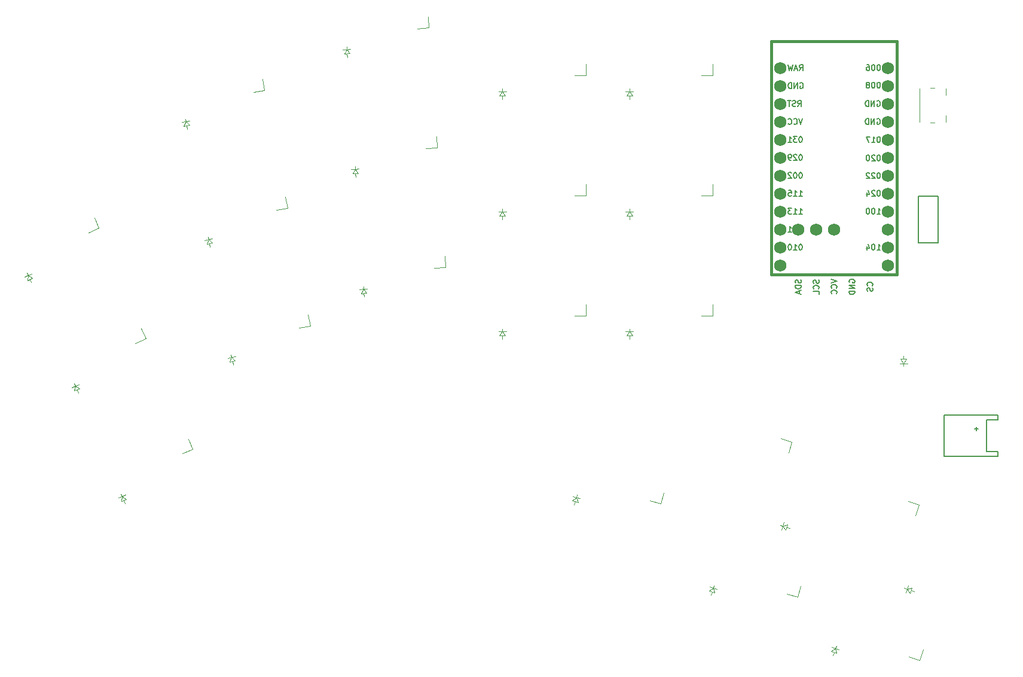
<source format=gbr>
%TF.GenerationSoftware,KiCad,Pcbnew,9.0.5*%
%TF.CreationDate,2025-11-08T17:13:18+10:00*%
%TF.ProjectId,badWingsLeft,62616457-696e-4677-934c-6566742e6b69,v1.0.0*%
%TF.SameCoordinates,Original*%
%TF.FileFunction,Legend,Bot*%
%TF.FilePolarity,Positive*%
%FSLAX46Y46*%
G04 Gerber Fmt 4.6, Leading zero omitted, Abs format (unit mm)*
G04 Created by KiCad (PCBNEW 9.0.5) date 2025-11-08 17:13:18*
%MOMM*%
%LPD*%
G01*
G04 APERTURE LIST*
%ADD10C,0.150000*%
%ADD11C,0.120000*%
%ADD12C,0.100000*%
%ADD13C,0.381000*%
%ADD14C,1.752600*%
G04 APERTURE END LIST*
D10*
X168937003Y-155805807D02*
X169737003Y-156072474D01*
X169737003Y-156072474D02*
X168937003Y-156339140D01*
X169660812Y-157062950D02*
X169698908Y-157024854D01*
X169698908Y-157024854D02*
X169737003Y-156910569D01*
X169737003Y-156910569D02*
X169737003Y-156834378D01*
X169737003Y-156834378D02*
X169698908Y-156720092D01*
X169698908Y-156720092D02*
X169622717Y-156643902D01*
X169622717Y-156643902D02*
X169546527Y-156605807D01*
X169546527Y-156605807D02*
X169394146Y-156567711D01*
X169394146Y-156567711D02*
X169279860Y-156567711D01*
X169279860Y-156567711D02*
X169127479Y-156605807D01*
X169127479Y-156605807D02*
X169051288Y-156643902D01*
X169051288Y-156643902D02*
X168975098Y-156720092D01*
X168975098Y-156720092D02*
X168937003Y-156834378D01*
X168937003Y-156834378D02*
X168937003Y-156910569D01*
X168937003Y-156910569D02*
X168975098Y-157024854D01*
X168975098Y-157024854D02*
X169013193Y-157062950D01*
X169660812Y-157862950D02*
X169698908Y-157824854D01*
X169698908Y-157824854D02*
X169737003Y-157710569D01*
X169737003Y-157710569D02*
X169737003Y-157634378D01*
X169737003Y-157634378D02*
X169698908Y-157520092D01*
X169698908Y-157520092D02*
X169622717Y-157443902D01*
X169622717Y-157443902D02*
X169546527Y-157405807D01*
X169546527Y-157405807D02*
X169394146Y-157367711D01*
X169394146Y-157367711D02*
X169279860Y-157367711D01*
X169279860Y-157367711D02*
X169127479Y-157405807D01*
X169127479Y-157405807D02*
X169051288Y-157443902D01*
X169051288Y-157443902D02*
X168975098Y-157520092D01*
X168975098Y-157520092D02*
X168937003Y-157634378D01*
X168937003Y-157634378D02*
X168937003Y-157710569D01*
X168937003Y-157710569D02*
X168975098Y-157824854D01*
X168975098Y-157824854D02*
X169013193Y-157862950D01*
X164618908Y-155901045D02*
X164657003Y-156015331D01*
X164657003Y-156015331D02*
X164657003Y-156205807D01*
X164657003Y-156205807D02*
X164618908Y-156281998D01*
X164618908Y-156281998D02*
X164580812Y-156320093D01*
X164580812Y-156320093D02*
X164504622Y-156358188D01*
X164504622Y-156358188D02*
X164428431Y-156358188D01*
X164428431Y-156358188D02*
X164352241Y-156320093D01*
X164352241Y-156320093D02*
X164314146Y-156281998D01*
X164314146Y-156281998D02*
X164276050Y-156205807D01*
X164276050Y-156205807D02*
X164237955Y-156053426D01*
X164237955Y-156053426D02*
X164199860Y-155977236D01*
X164199860Y-155977236D02*
X164161765Y-155939141D01*
X164161765Y-155939141D02*
X164085574Y-155901045D01*
X164085574Y-155901045D02*
X164009384Y-155901045D01*
X164009384Y-155901045D02*
X163933193Y-155939141D01*
X163933193Y-155939141D02*
X163895098Y-155977236D01*
X163895098Y-155977236D02*
X163857003Y-156053426D01*
X163857003Y-156053426D02*
X163857003Y-156243903D01*
X163857003Y-156243903D02*
X163895098Y-156358188D01*
X164657003Y-156701046D02*
X163857003Y-156701046D01*
X163857003Y-156701046D02*
X163857003Y-156891522D01*
X163857003Y-156891522D02*
X163895098Y-157005808D01*
X163895098Y-157005808D02*
X163971288Y-157081998D01*
X163971288Y-157081998D02*
X164047479Y-157120093D01*
X164047479Y-157120093D02*
X164199860Y-157158189D01*
X164199860Y-157158189D02*
X164314146Y-157158189D01*
X164314146Y-157158189D02*
X164466527Y-157120093D01*
X164466527Y-157120093D02*
X164542717Y-157081998D01*
X164542717Y-157081998D02*
X164618908Y-157005808D01*
X164618908Y-157005808D02*
X164657003Y-156891522D01*
X164657003Y-156891522D02*
X164657003Y-156701046D01*
X164428431Y-157462950D02*
X164428431Y-157843903D01*
X164657003Y-157386760D02*
X163857003Y-157653427D01*
X163857003Y-157653427D02*
X164657003Y-157920093D01*
X174740814Y-156739142D02*
X174778910Y-156701046D01*
X174778910Y-156701046D02*
X174817005Y-156586761D01*
X174817005Y-156586761D02*
X174817005Y-156510570D01*
X174817005Y-156510570D02*
X174778910Y-156396284D01*
X174778910Y-156396284D02*
X174702719Y-156320094D01*
X174702719Y-156320094D02*
X174626529Y-156281999D01*
X174626529Y-156281999D02*
X174474148Y-156243903D01*
X174474148Y-156243903D02*
X174359862Y-156243903D01*
X174359862Y-156243903D02*
X174207481Y-156281999D01*
X174207481Y-156281999D02*
X174131290Y-156320094D01*
X174131290Y-156320094D02*
X174055100Y-156396284D01*
X174055100Y-156396284D02*
X174017005Y-156510570D01*
X174017005Y-156510570D02*
X174017005Y-156586761D01*
X174017005Y-156586761D02*
X174055100Y-156701046D01*
X174055100Y-156701046D02*
X174093195Y-156739142D01*
X174778910Y-157043903D02*
X174817005Y-157158189D01*
X174817005Y-157158189D02*
X174817005Y-157348665D01*
X174817005Y-157348665D02*
X174778910Y-157424856D01*
X174778910Y-157424856D02*
X174740814Y-157462951D01*
X174740814Y-157462951D02*
X174664624Y-157501046D01*
X174664624Y-157501046D02*
X174588433Y-157501046D01*
X174588433Y-157501046D02*
X174512243Y-157462951D01*
X174512243Y-157462951D02*
X174474148Y-157424856D01*
X174474148Y-157424856D02*
X174436052Y-157348665D01*
X174436052Y-157348665D02*
X174397957Y-157196284D01*
X174397957Y-157196284D02*
X174359862Y-157120094D01*
X174359862Y-157120094D02*
X174321767Y-157081999D01*
X174321767Y-157081999D02*
X174245576Y-157043903D01*
X174245576Y-157043903D02*
X174169386Y-157043903D01*
X174169386Y-157043903D02*
X174093195Y-157081999D01*
X174093195Y-157081999D02*
X174055100Y-157120094D01*
X174055100Y-157120094D02*
X174017005Y-157196284D01*
X174017005Y-157196284D02*
X174017005Y-157386761D01*
X174017005Y-157386761D02*
X174055100Y-157501046D01*
X167158908Y-155920092D02*
X167197003Y-156034378D01*
X167197003Y-156034378D02*
X167197003Y-156224854D01*
X167197003Y-156224854D02*
X167158908Y-156301045D01*
X167158908Y-156301045D02*
X167120812Y-156339140D01*
X167120812Y-156339140D02*
X167044622Y-156377235D01*
X167044622Y-156377235D02*
X166968431Y-156377235D01*
X166968431Y-156377235D02*
X166892241Y-156339140D01*
X166892241Y-156339140D02*
X166854146Y-156301045D01*
X166854146Y-156301045D02*
X166816050Y-156224854D01*
X166816050Y-156224854D02*
X166777955Y-156072473D01*
X166777955Y-156072473D02*
X166739860Y-155996283D01*
X166739860Y-155996283D02*
X166701765Y-155958188D01*
X166701765Y-155958188D02*
X166625574Y-155920092D01*
X166625574Y-155920092D02*
X166549384Y-155920092D01*
X166549384Y-155920092D02*
X166473193Y-155958188D01*
X166473193Y-155958188D02*
X166435098Y-155996283D01*
X166435098Y-155996283D02*
X166397003Y-156072473D01*
X166397003Y-156072473D02*
X166397003Y-156262950D01*
X166397003Y-156262950D02*
X166435098Y-156377235D01*
X167120812Y-157177236D02*
X167158908Y-157139140D01*
X167158908Y-157139140D02*
X167197003Y-157024855D01*
X167197003Y-157024855D02*
X167197003Y-156948664D01*
X167197003Y-156948664D02*
X167158908Y-156834378D01*
X167158908Y-156834378D02*
X167082717Y-156758188D01*
X167082717Y-156758188D02*
X167006527Y-156720093D01*
X167006527Y-156720093D02*
X166854146Y-156681997D01*
X166854146Y-156681997D02*
X166739860Y-156681997D01*
X166739860Y-156681997D02*
X166587479Y-156720093D01*
X166587479Y-156720093D02*
X166511288Y-156758188D01*
X166511288Y-156758188D02*
X166435098Y-156834378D01*
X166435098Y-156834378D02*
X166397003Y-156948664D01*
X166397003Y-156948664D02*
X166397003Y-157024855D01*
X166397003Y-157024855D02*
X166435098Y-157139140D01*
X166435098Y-157139140D02*
X166473193Y-157177236D01*
X167197003Y-157901045D02*
X167197003Y-157520093D01*
X167197003Y-157520093D02*
X166397003Y-157520093D01*
X171515098Y-156262950D02*
X171477003Y-156186760D01*
X171477003Y-156186760D02*
X171477003Y-156072474D01*
X171477003Y-156072474D02*
X171515098Y-155958188D01*
X171515098Y-155958188D02*
X171591288Y-155881998D01*
X171591288Y-155881998D02*
X171667479Y-155843903D01*
X171667479Y-155843903D02*
X171819860Y-155805807D01*
X171819860Y-155805807D02*
X171934146Y-155805807D01*
X171934146Y-155805807D02*
X172086527Y-155843903D01*
X172086527Y-155843903D02*
X172162717Y-155881998D01*
X172162717Y-155881998D02*
X172238908Y-155958188D01*
X172238908Y-155958188D02*
X172277003Y-156072474D01*
X172277003Y-156072474D02*
X172277003Y-156148665D01*
X172277003Y-156148665D02*
X172238908Y-156262950D01*
X172238908Y-156262950D02*
X172200812Y-156301046D01*
X172200812Y-156301046D02*
X171934146Y-156301046D01*
X171934146Y-156301046D02*
X171934146Y-156148665D01*
X172277003Y-156643903D02*
X171477003Y-156643903D01*
X171477003Y-156643903D02*
X172277003Y-157101046D01*
X172277003Y-157101046D02*
X171477003Y-157101046D01*
X172277003Y-157481998D02*
X171477003Y-157481998D01*
X171477003Y-157481998D02*
X171477003Y-157672474D01*
X171477003Y-157672474D02*
X171515098Y-157786760D01*
X171515098Y-157786760D02*
X171591288Y-157862950D01*
X171591288Y-157862950D02*
X171667479Y-157901045D01*
X171667479Y-157901045D02*
X171819860Y-157939141D01*
X171819860Y-157939141D02*
X171934146Y-157939141D01*
X171934146Y-157939141D02*
X172086527Y-157901045D01*
X172086527Y-157901045D02*
X172162717Y-157862950D01*
X172162717Y-157862950D02*
X172238908Y-157786760D01*
X172238908Y-157786760D02*
X172277003Y-157672474D01*
X172277003Y-157672474D02*
X172277003Y-157481998D01*
X164637516Y-140704764D02*
X164561326Y-140704764D01*
X164561326Y-140704764D02*
X164485135Y-140742859D01*
X164485135Y-140742859D02*
X164447040Y-140780954D01*
X164447040Y-140780954D02*
X164408945Y-140857145D01*
X164408945Y-140857145D02*
X164370850Y-141009526D01*
X164370850Y-141009526D02*
X164370850Y-141200002D01*
X164370850Y-141200002D02*
X164408945Y-141352383D01*
X164408945Y-141352383D02*
X164447040Y-141428573D01*
X164447040Y-141428573D02*
X164485135Y-141466669D01*
X164485135Y-141466669D02*
X164561326Y-141504764D01*
X164561326Y-141504764D02*
X164637516Y-141504764D01*
X164637516Y-141504764D02*
X164713707Y-141466669D01*
X164713707Y-141466669D02*
X164751802Y-141428573D01*
X164751802Y-141428573D02*
X164789897Y-141352383D01*
X164789897Y-141352383D02*
X164827993Y-141200002D01*
X164827993Y-141200002D02*
X164827993Y-141009526D01*
X164827993Y-141009526D02*
X164789897Y-140857145D01*
X164789897Y-140857145D02*
X164751802Y-140780954D01*
X164751802Y-140780954D02*
X164713707Y-140742859D01*
X164713707Y-140742859D02*
X164637516Y-140704764D01*
X163875611Y-140704764D02*
X163799421Y-140704764D01*
X163799421Y-140704764D02*
X163723230Y-140742859D01*
X163723230Y-140742859D02*
X163685135Y-140780954D01*
X163685135Y-140780954D02*
X163647040Y-140857145D01*
X163647040Y-140857145D02*
X163608945Y-141009526D01*
X163608945Y-141009526D02*
X163608945Y-141200002D01*
X163608945Y-141200002D02*
X163647040Y-141352383D01*
X163647040Y-141352383D02*
X163685135Y-141428573D01*
X163685135Y-141428573D02*
X163723230Y-141466669D01*
X163723230Y-141466669D02*
X163799421Y-141504764D01*
X163799421Y-141504764D02*
X163875611Y-141504764D01*
X163875611Y-141504764D02*
X163951802Y-141466669D01*
X163951802Y-141466669D02*
X163989897Y-141428573D01*
X163989897Y-141428573D02*
X164027992Y-141352383D01*
X164027992Y-141352383D02*
X164066088Y-141200002D01*
X164066088Y-141200002D02*
X164066088Y-141009526D01*
X164066088Y-141009526D02*
X164027992Y-140857145D01*
X164027992Y-140857145D02*
X163989897Y-140780954D01*
X163989897Y-140780954D02*
X163951802Y-140742859D01*
X163951802Y-140742859D02*
X163875611Y-140704764D01*
X163304183Y-140780954D02*
X163266087Y-140742859D01*
X163266087Y-140742859D02*
X163189897Y-140704764D01*
X163189897Y-140704764D02*
X162999421Y-140704764D01*
X162999421Y-140704764D02*
X162923230Y-140742859D01*
X162923230Y-140742859D02*
X162885135Y-140780954D01*
X162885135Y-140780954D02*
X162847040Y-140857145D01*
X162847040Y-140857145D02*
X162847040Y-140933335D01*
X162847040Y-140933335D02*
X162885135Y-141047621D01*
X162885135Y-141047621D02*
X163342278Y-141504764D01*
X163342278Y-141504764D02*
X162847040Y-141504764D01*
X164370853Y-144044767D02*
X164827996Y-144044767D01*
X164599424Y-144044767D02*
X164599424Y-143244767D01*
X164599424Y-143244767D02*
X164675615Y-143359052D01*
X164675615Y-143359052D02*
X164751805Y-143435243D01*
X164751805Y-143435243D02*
X164827996Y-143473338D01*
X163608948Y-144044767D02*
X164066091Y-144044767D01*
X163837519Y-144044767D02*
X163837519Y-143244767D01*
X163837519Y-143244767D02*
X163913710Y-143359052D01*
X163913710Y-143359052D02*
X163989900Y-143435243D01*
X163989900Y-143435243D02*
X164066091Y-143473338D01*
X162885138Y-143244767D02*
X163266090Y-143244767D01*
X163266090Y-143244767D02*
X163304186Y-143625719D01*
X163304186Y-143625719D02*
X163266090Y-143587624D01*
X163266090Y-143587624D02*
X163189900Y-143549529D01*
X163189900Y-143549529D02*
X162999424Y-143549529D01*
X162999424Y-143549529D02*
X162923233Y-143587624D01*
X162923233Y-143587624D02*
X162885138Y-143625719D01*
X162885138Y-143625719D02*
X162847043Y-143701910D01*
X162847043Y-143701910D02*
X162847043Y-143892386D01*
X162847043Y-143892386D02*
X162885138Y-143968576D01*
X162885138Y-143968576D02*
X162923233Y-144006672D01*
X162923233Y-144006672D02*
X162999424Y-144044767D01*
X162999424Y-144044767D02*
X163189900Y-144044767D01*
X163189900Y-144044767D02*
X163266090Y-144006672D01*
X163266090Y-144006672D02*
X163304186Y-143968576D01*
X175711896Y-140734764D02*
X175635706Y-140734764D01*
X175635706Y-140734764D02*
X175559515Y-140772859D01*
X175559515Y-140772859D02*
X175521420Y-140810954D01*
X175521420Y-140810954D02*
X175483325Y-140887145D01*
X175483325Y-140887145D02*
X175445230Y-141039526D01*
X175445230Y-141039526D02*
X175445230Y-141230002D01*
X175445230Y-141230002D02*
X175483325Y-141382383D01*
X175483325Y-141382383D02*
X175521420Y-141458573D01*
X175521420Y-141458573D02*
X175559515Y-141496669D01*
X175559515Y-141496669D02*
X175635706Y-141534764D01*
X175635706Y-141534764D02*
X175711896Y-141534764D01*
X175711896Y-141534764D02*
X175788087Y-141496669D01*
X175788087Y-141496669D02*
X175826182Y-141458573D01*
X175826182Y-141458573D02*
X175864277Y-141382383D01*
X175864277Y-141382383D02*
X175902373Y-141230002D01*
X175902373Y-141230002D02*
X175902373Y-141039526D01*
X175902373Y-141039526D02*
X175864277Y-140887145D01*
X175864277Y-140887145D02*
X175826182Y-140810954D01*
X175826182Y-140810954D02*
X175788087Y-140772859D01*
X175788087Y-140772859D02*
X175711896Y-140734764D01*
X175140468Y-140810954D02*
X175102372Y-140772859D01*
X175102372Y-140772859D02*
X175026182Y-140734764D01*
X175026182Y-140734764D02*
X174835706Y-140734764D01*
X174835706Y-140734764D02*
X174759515Y-140772859D01*
X174759515Y-140772859D02*
X174721420Y-140810954D01*
X174721420Y-140810954D02*
X174683325Y-140887145D01*
X174683325Y-140887145D02*
X174683325Y-140963335D01*
X174683325Y-140963335D02*
X174721420Y-141077621D01*
X174721420Y-141077621D02*
X175178563Y-141534764D01*
X175178563Y-141534764D02*
X174683325Y-141534764D01*
X174378563Y-140810954D02*
X174340467Y-140772859D01*
X174340467Y-140772859D02*
X174264277Y-140734764D01*
X174264277Y-140734764D02*
X174073801Y-140734764D01*
X174073801Y-140734764D02*
X173997610Y-140772859D01*
X173997610Y-140772859D02*
X173959515Y-140810954D01*
X173959515Y-140810954D02*
X173921420Y-140887145D01*
X173921420Y-140887145D02*
X173921420Y-140963335D01*
X173921420Y-140963335D02*
X173959515Y-141077621D01*
X173959515Y-141077621D02*
X174416658Y-141534764D01*
X174416658Y-141534764D02*
X173921420Y-141534764D01*
X175445231Y-151664764D02*
X175902374Y-151664764D01*
X175673802Y-151664764D02*
X175673802Y-150864764D01*
X175673802Y-150864764D02*
X175749993Y-150979049D01*
X175749993Y-150979049D02*
X175826183Y-151055240D01*
X175826183Y-151055240D02*
X175902374Y-151093335D01*
X174949992Y-150864764D02*
X174873802Y-150864764D01*
X174873802Y-150864764D02*
X174797611Y-150902859D01*
X174797611Y-150902859D02*
X174759516Y-150940954D01*
X174759516Y-150940954D02*
X174721421Y-151017145D01*
X174721421Y-151017145D02*
X174683326Y-151169526D01*
X174683326Y-151169526D02*
X174683326Y-151360002D01*
X174683326Y-151360002D02*
X174721421Y-151512383D01*
X174721421Y-151512383D02*
X174759516Y-151588573D01*
X174759516Y-151588573D02*
X174797611Y-151626669D01*
X174797611Y-151626669D02*
X174873802Y-151664764D01*
X174873802Y-151664764D02*
X174949992Y-151664764D01*
X174949992Y-151664764D02*
X175026183Y-151626669D01*
X175026183Y-151626669D02*
X175064278Y-151588573D01*
X175064278Y-151588573D02*
X175102373Y-151512383D01*
X175102373Y-151512383D02*
X175140469Y-151360002D01*
X175140469Y-151360002D02*
X175140469Y-151169526D01*
X175140469Y-151169526D02*
X175102373Y-151017145D01*
X175102373Y-151017145D02*
X175064278Y-150940954D01*
X175064278Y-150940954D02*
X175026183Y-150902859D01*
X175026183Y-150902859D02*
X174949992Y-150864764D01*
X173997611Y-151131430D02*
X173997611Y-151664764D01*
X174188087Y-150826669D02*
X174378564Y-151398097D01*
X174378564Y-151398097D02*
X173883325Y-151398097D01*
X175445239Y-146584764D02*
X175902382Y-146584764D01*
X175673810Y-146584764D02*
X175673810Y-145784764D01*
X175673810Y-145784764D02*
X175750001Y-145899049D01*
X175750001Y-145899049D02*
X175826191Y-145975240D01*
X175826191Y-145975240D02*
X175902382Y-146013335D01*
X174950000Y-145784764D02*
X174873810Y-145784764D01*
X174873810Y-145784764D02*
X174797619Y-145822859D01*
X174797619Y-145822859D02*
X174759524Y-145860954D01*
X174759524Y-145860954D02*
X174721429Y-145937145D01*
X174721429Y-145937145D02*
X174683334Y-146089526D01*
X174683334Y-146089526D02*
X174683334Y-146280002D01*
X174683334Y-146280002D02*
X174721429Y-146432383D01*
X174721429Y-146432383D02*
X174759524Y-146508573D01*
X174759524Y-146508573D02*
X174797619Y-146546669D01*
X174797619Y-146546669D02*
X174873810Y-146584764D01*
X174873810Y-146584764D02*
X174950000Y-146584764D01*
X174950000Y-146584764D02*
X175026191Y-146546669D01*
X175026191Y-146546669D02*
X175064286Y-146508573D01*
X175064286Y-146508573D02*
X175102381Y-146432383D01*
X175102381Y-146432383D02*
X175140477Y-146280002D01*
X175140477Y-146280002D02*
X175140477Y-146089526D01*
X175140477Y-146089526D02*
X175102381Y-145937145D01*
X175102381Y-145937145D02*
X175064286Y-145860954D01*
X175064286Y-145860954D02*
X175026191Y-145822859D01*
X175026191Y-145822859D02*
X174950000Y-145784764D01*
X174188095Y-145784764D02*
X174111905Y-145784764D01*
X174111905Y-145784764D02*
X174035714Y-145822859D01*
X174035714Y-145822859D02*
X173997619Y-145860954D01*
X173997619Y-145860954D02*
X173959524Y-145937145D01*
X173959524Y-145937145D02*
X173921429Y-146089526D01*
X173921429Y-146089526D02*
X173921429Y-146280002D01*
X173921429Y-146280002D02*
X173959524Y-146432383D01*
X173959524Y-146432383D02*
X173997619Y-146508573D01*
X173997619Y-146508573D02*
X174035714Y-146546669D01*
X174035714Y-146546669D02*
X174111905Y-146584764D01*
X174111905Y-146584764D02*
X174188095Y-146584764D01*
X174188095Y-146584764D02*
X174264286Y-146546669D01*
X174264286Y-146546669D02*
X174302381Y-146508573D01*
X174302381Y-146508573D02*
X174340476Y-146432383D01*
X174340476Y-146432383D02*
X174378572Y-146280002D01*
X174378572Y-146280002D02*
X174378572Y-146089526D01*
X174378572Y-146089526D02*
X174340476Y-145937145D01*
X174340476Y-145937145D02*
X174302381Y-145860954D01*
X174302381Y-145860954D02*
X174264286Y-145822859D01*
X174264286Y-145822859D02*
X174188095Y-145784764D01*
X175445231Y-133122859D02*
X175521421Y-133084764D01*
X175521421Y-133084764D02*
X175635707Y-133084764D01*
X175635707Y-133084764D02*
X175749993Y-133122859D01*
X175749993Y-133122859D02*
X175826183Y-133199049D01*
X175826183Y-133199049D02*
X175864278Y-133275240D01*
X175864278Y-133275240D02*
X175902374Y-133427621D01*
X175902374Y-133427621D02*
X175902374Y-133541907D01*
X175902374Y-133541907D02*
X175864278Y-133694288D01*
X175864278Y-133694288D02*
X175826183Y-133770478D01*
X175826183Y-133770478D02*
X175749993Y-133846669D01*
X175749993Y-133846669D02*
X175635707Y-133884764D01*
X175635707Y-133884764D02*
X175559516Y-133884764D01*
X175559516Y-133884764D02*
X175445231Y-133846669D01*
X175445231Y-133846669D02*
X175407135Y-133808573D01*
X175407135Y-133808573D02*
X175407135Y-133541907D01*
X175407135Y-133541907D02*
X175559516Y-133541907D01*
X175064278Y-133884764D02*
X175064278Y-133084764D01*
X175064278Y-133084764D02*
X174607135Y-133884764D01*
X174607135Y-133884764D02*
X174607135Y-133084764D01*
X174226183Y-133884764D02*
X174226183Y-133084764D01*
X174226183Y-133084764D02*
X174035707Y-133084764D01*
X174035707Y-133084764D02*
X173921421Y-133122859D01*
X173921421Y-133122859D02*
X173845231Y-133199049D01*
X173845231Y-133199049D02*
X173807136Y-133275240D01*
X173807136Y-133275240D02*
X173769040Y-133427621D01*
X173769040Y-133427621D02*
X173769040Y-133541907D01*
X173769040Y-133541907D02*
X173807136Y-133694288D01*
X173807136Y-133694288D02*
X173845231Y-133770478D01*
X173845231Y-133770478D02*
X173921421Y-133846669D01*
X173921421Y-133846669D02*
X174035707Y-133884764D01*
X174035707Y-133884764D02*
X174226183Y-133884764D01*
X175711897Y-135634764D02*
X175635707Y-135634764D01*
X175635707Y-135634764D02*
X175559516Y-135672859D01*
X175559516Y-135672859D02*
X175521421Y-135710954D01*
X175521421Y-135710954D02*
X175483326Y-135787145D01*
X175483326Y-135787145D02*
X175445231Y-135939526D01*
X175445231Y-135939526D02*
X175445231Y-136130002D01*
X175445231Y-136130002D02*
X175483326Y-136282383D01*
X175483326Y-136282383D02*
X175521421Y-136358573D01*
X175521421Y-136358573D02*
X175559516Y-136396669D01*
X175559516Y-136396669D02*
X175635707Y-136434764D01*
X175635707Y-136434764D02*
X175711897Y-136434764D01*
X175711897Y-136434764D02*
X175788088Y-136396669D01*
X175788088Y-136396669D02*
X175826183Y-136358573D01*
X175826183Y-136358573D02*
X175864278Y-136282383D01*
X175864278Y-136282383D02*
X175902374Y-136130002D01*
X175902374Y-136130002D02*
X175902374Y-135939526D01*
X175902374Y-135939526D02*
X175864278Y-135787145D01*
X175864278Y-135787145D02*
X175826183Y-135710954D01*
X175826183Y-135710954D02*
X175788088Y-135672859D01*
X175788088Y-135672859D02*
X175711897Y-135634764D01*
X174683326Y-136434764D02*
X175140469Y-136434764D01*
X174911897Y-136434764D02*
X174911897Y-135634764D01*
X174911897Y-135634764D02*
X174988088Y-135749049D01*
X174988088Y-135749049D02*
X175064278Y-135825240D01*
X175064278Y-135825240D02*
X175140469Y-135863335D01*
X174416659Y-135634764D02*
X173883325Y-135634764D01*
X173883325Y-135634764D02*
X174226183Y-136434764D01*
X164224802Y-131344764D02*
X164491469Y-130963811D01*
X164681945Y-131344764D02*
X164681945Y-130544764D01*
X164681945Y-130544764D02*
X164377183Y-130544764D01*
X164377183Y-130544764D02*
X164300993Y-130582859D01*
X164300993Y-130582859D02*
X164262898Y-130620954D01*
X164262898Y-130620954D02*
X164224802Y-130697145D01*
X164224802Y-130697145D02*
X164224802Y-130811430D01*
X164224802Y-130811430D02*
X164262898Y-130887621D01*
X164262898Y-130887621D02*
X164300993Y-130925716D01*
X164300993Y-130925716D02*
X164377183Y-130963811D01*
X164377183Y-130963811D02*
X164681945Y-130963811D01*
X163920041Y-131306669D02*
X163805755Y-131344764D01*
X163805755Y-131344764D02*
X163615279Y-131344764D01*
X163615279Y-131344764D02*
X163539088Y-131306669D01*
X163539088Y-131306669D02*
X163500993Y-131268573D01*
X163500993Y-131268573D02*
X163462898Y-131192383D01*
X163462898Y-131192383D02*
X163462898Y-131116192D01*
X163462898Y-131116192D02*
X163500993Y-131040002D01*
X163500993Y-131040002D02*
X163539088Y-131001907D01*
X163539088Y-131001907D02*
X163615279Y-130963811D01*
X163615279Y-130963811D02*
X163767660Y-130925716D01*
X163767660Y-130925716D02*
X163843850Y-130887621D01*
X163843850Y-130887621D02*
X163881945Y-130849526D01*
X163881945Y-130849526D02*
X163920041Y-130773335D01*
X163920041Y-130773335D02*
X163920041Y-130697145D01*
X163920041Y-130697145D02*
X163881945Y-130620954D01*
X163881945Y-130620954D02*
X163843850Y-130582859D01*
X163843850Y-130582859D02*
X163767660Y-130544764D01*
X163767660Y-130544764D02*
X163577183Y-130544764D01*
X163577183Y-130544764D02*
X163462898Y-130582859D01*
X163234326Y-130544764D02*
X162777183Y-130544764D01*
X163005755Y-131344764D02*
X163005755Y-130544764D01*
X175711895Y-125464764D02*
X175635705Y-125464764D01*
X175635705Y-125464764D02*
X175559514Y-125502859D01*
X175559514Y-125502859D02*
X175521419Y-125540954D01*
X175521419Y-125540954D02*
X175483324Y-125617145D01*
X175483324Y-125617145D02*
X175445229Y-125769526D01*
X175445229Y-125769526D02*
X175445229Y-125960002D01*
X175445229Y-125960002D02*
X175483324Y-126112383D01*
X175483324Y-126112383D02*
X175521419Y-126188573D01*
X175521419Y-126188573D02*
X175559514Y-126226669D01*
X175559514Y-126226669D02*
X175635705Y-126264764D01*
X175635705Y-126264764D02*
X175711895Y-126264764D01*
X175711895Y-126264764D02*
X175788086Y-126226669D01*
X175788086Y-126226669D02*
X175826181Y-126188573D01*
X175826181Y-126188573D02*
X175864276Y-126112383D01*
X175864276Y-126112383D02*
X175902372Y-125960002D01*
X175902372Y-125960002D02*
X175902372Y-125769526D01*
X175902372Y-125769526D02*
X175864276Y-125617145D01*
X175864276Y-125617145D02*
X175826181Y-125540954D01*
X175826181Y-125540954D02*
X175788086Y-125502859D01*
X175788086Y-125502859D02*
X175711895Y-125464764D01*
X174949990Y-125464764D02*
X174873800Y-125464764D01*
X174873800Y-125464764D02*
X174797609Y-125502859D01*
X174797609Y-125502859D02*
X174759514Y-125540954D01*
X174759514Y-125540954D02*
X174721419Y-125617145D01*
X174721419Y-125617145D02*
X174683324Y-125769526D01*
X174683324Y-125769526D02*
X174683324Y-125960002D01*
X174683324Y-125960002D02*
X174721419Y-126112383D01*
X174721419Y-126112383D02*
X174759514Y-126188573D01*
X174759514Y-126188573D02*
X174797609Y-126226669D01*
X174797609Y-126226669D02*
X174873800Y-126264764D01*
X174873800Y-126264764D02*
X174949990Y-126264764D01*
X174949990Y-126264764D02*
X175026181Y-126226669D01*
X175026181Y-126226669D02*
X175064276Y-126188573D01*
X175064276Y-126188573D02*
X175102371Y-126112383D01*
X175102371Y-126112383D02*
X175140467Y-125960002D01*
X175140467Y-125960002D02*
X175140467Y-125769526D01*
X175140467Y-125769526D02*
X175102371Y-125617145D01*
X175102371Y-125617145D02*
X175064276Y-125540954D01*
X175064276Y-125540954D02*
X175026181Y-125502859D01*
X175026181Y-125502859D02*
X174949990Y-125464764D01*
X173997609Y-125464764D02*
X174149990Y-125464764D01*
X174149990Y-125464764D02*
X174226181Y-125502859D01*
X174226181Y-125502859D02*
X174264276Y-125540954D01*
X174264276Y-125540954D02*
X174340466Y-125655240D01*
X174340466Y-125655240D02*
X174378562Y-125807621D01*
X174378562Y-125807621D02*
X174378562Y-126112383D01*
X174378562Y-126112383D02*
X174340466Y-126188573D01*
X174340466Y-126188573D02*
X174302371Y-126226669D01*
X174302371Y-126226669D02*
X174226181Y-126264764D01*
X174226181Y-126264764D02*
X174073800Y-126264764D01*
X174073800Y-126264764D02*
X173997609Y-126226669D01*
X173997609Y-126226669D02*
X173959514Y-126188573D01*
X173959514Y-126188573D02*
X173921419Y-126112383D01*
X173921419Y-126112383D02*
X173921419Y-125921907D01*
X173921419Y-125921907D02*
X173959514Y-125845716D01*
X173959514Y-125845716D02*
X173997609Y-125807621D01*
X173997609Y-125807621D02*
X174073800Y-125769526D01*
X174073800Y-125769526D02*
X174226181Y-125769526D01*
X174226181Y-125769526D02*
X174302371Y-125807621D01*
X174302371Y-125807621D02*
X174340466Y-125845716D01*
X174340466Y-125845716D02*
X174378562Y-125921907D01*
X164637516Y-138164763D02*
X164561326Y-138164763D01*
X164561326Y-138164763D02*
X164485135Y-138202858D01*
X164485135Y-138202858D02*
X164447040Y-138240953D01*
X164447040Y-138240953D02*
X164408945Y-138317144D01*
X164408945Y-138317144D02*
X164370850Y-138469525D01*
X164370850Y-138469525D02*
X164370850Y-138660001D01*
X164370850Y-138660001D02*
X164408945Y-138812382D01*
X164408945Y-138812382D02*
X164447040Y-138888572D01*
X164447040Y-138888572D02*
X164485135Y-138926668D01*
X164485135Y-138926668D02*
X164561326Y-138964763D01*
X164561326Y-138964763D02*
X164637516Y-138964763D01*
X164637516Y-138964763D02*
X164713707Y-138926668D01*
X164713707Y-138926668D02*
X164751802Y-138888572D01*
X164751802Y-138888572D02*
X164789897Y-138812382D01*
X164789897Y-138812382D02*
X164827993Y-138660001D01*
X164827993Y-138660001D02*
X164827993Y-138469525D01*
X164827993Y-138469525D02*
X164789897Y-138317144D01*
X164789897Y-138317144D02*
X164751802Y-138240953D01*
X164751802Y-138240953D02*
X164713707Y-138202858D01*
X164713707Y-138202858D02*
X164637516Y-138164763D01*
X164066088Y-138240953D02*
X164027992Y-138202858D01*
X164027992Y-138202858D02*
X163951802Y-138164763D01*
X163951802Y-138164763D02*
X163761326Y-138164763D01*
X163761326Y-138164763D02*
X163685135Y-138202858D01*
X163685135Y-138202858D02*
X163647040Y-138240953D01*
X163647040Y-138240953D02*
X163608945Y-138317144D01*
X163608945Y-138317144D02*
X163608945Y-138393334D01*
X163608945Y-138393334D02*
X163647040Y-138507620D01*
X163647040Y-138507620D02*
X164104183Y-138964763D01*
X164104183Y-138964763D02*
X163608945Y-138964763D01*
X163227992Y-138964763D02*
X163075611Y-138964763D01*
X163075611Y-138964763D02*
X162999421Y-138926668D01*
X162999421Y-138926668D02*
X162961325Y-138888572D01*
X162961325Y-138888572D02*
X162885135Y-138774287D01*
X162885135Y-138774287D02*
X162847040Y-138621906D01*
X162847040Y-138621906D02*
X162847040Y-138317144D01*
X162847040Y-138317144D02*
X162885135Y-138240953D01*
X162885135Y-138240953D02*
X162923230Y-138202858D01*
X162923230Y-138202858D02*
X162999421Y-138164763D01*
X162999421Y-138164763D02*
X163151802Y-138164763D01*
X163151802Y-138164763D02*
X163227992Y-138202858D01*
X163227992Y-138202858D02*
X163266087Y-138240953D01*
X163266087Y-138240953D02*
X163304183Y-138317144D01*
X163304183Y-138317144D02*
X163304183Y-138507620D01*
X163304183Y-138507620D02*
X163266087Y-138583810D01*
X163266087Y-138583810D02*
X163227992Y-138621906D01*
X163227992Y-138621906D02*
X163151802Y-138660001D01*
X163151802Y-138660001D02*
X162999421Y-138660001D01*
X162999421Y-138660001D02*
X162923230Y-138621906D01*
X162923230Y-138621906D02*
X162885135Y-138583810D01*
X162885135Y-138583810D02*
X162847040Y-138507620D01*
X164370841Y-146584765D02*
X164827984Y-146584765D01*
X164599412Y-146584765D02*
X164599412Y-145784765D01*
X164599412Y-145784765D02*
X164675603Y-145899050D01*
X164675603Y-145899050D02*
X164751793Y-145975241D01*
X164751793Y-145975241D02*
X164827984Y-146013336D01*
X163608936Y-146584765D02*
X164066079Y-146584765D01*
X163837507Y-146584765D02*
X163837507Y-145784765D01*
X163837507Y-145784765D02*
X163913698Y-145899050D01*
X163913698Y-145899050D02*
X163989888Y-145975241D01*
X163989888Y-145975241D02*
X164066079Y-146013336D01*
X163342269Y-145784765D02*
X162847031Y-145784765D01*
X162847031Y-145784765D02*
X163113697Y-146089527D01*
X163113697Y-146089527D02*
X162999412Y-146089527D01*
X162999412Y-146089527D02*
X162923221Y-146127622D01*
X162923221Y-146127622D02*
X162885126Y-146165717D01*
X162885126Y-146165717D02*
X162847031Y-146241908D01*
X162847031Y-146241908D02*
X162847031Y-146432384D01*
X162847031Y-146432384D02*
X162885126Y-146508574D01*
X162885126Y-146508574D02*
X162923221Y-146546670D01*
X162923221Y-146546670D02*
X162999412Y-146584765D01*
X162999412Y-146584765D02*
X163227983Y-146584765D01*
X163227983Y-146584765D02*
X163304174Y-146546670D01*
X163304174Y-146546670D02*
X163342269Y-146508574D01*
X164529564Y-128042859D02*
X164605754Y-128004764D01*
X164605754Y-128004764D02*
X164720040Y-128004764D01*
X164720040Y-128004764D02*
X164834326Y-128042859D01*
X164834326Y-128042859D02*
X164910516Y-128119049D01*
X164910516Y-128119049D02*
X164948611Y-128195240D01*
X164948611Y-128195240D02*
X164986707Y-128347621D01*
X164986707Y-128347621D02*
X164986707Y-128461907D01*
X164986707Y-128461907D02*
X164948611Y-128614288D01*
X164948611Y-128614288D02*
X164910516Y-128690478D01*
X164910516Y-128690478D02*
X164834326Y-128766669D01*
X164834326Y-128766669D02*
X164720040Y-128804764D01*
X164720040Y-128804764D02*
X164643849Y-128804764D01*
X164643849Y-128804764D02*
X164529564Y-128766669D01*
X164529564Y-128766669D02*
X164491468Y-128728573D01*
X164491468Y-128728573D02*
X164491468Y-128461907D01*
X164491468Y-128461907D02*
X164643849Y-128461907D01*
X164148611Y-128804764D02*
X164148611Y-128004764D01*
X164148611Y-128004764D02*
X163691468Y-128804764D01*
X163691468Y-128804764D02*
X163691468Y-128004764D01*
X163310516Y-128804764D02*
X163310516Y-128004764D01*
X163310516Y-128004764D02*
X163120040Y-128004764D01*
X163120040Y-128004764D02*
X163005754Y-128042859D01*
X163005754Y-128042859D02*
X162929564Y-128119049D01*
X162929564Y-128119049D02*
X162891469Y-128195240D01*
X162891469Y-128195240D02*
X162853373Y-128347621D01*
X162853373Y-128347621D02*
X162853373Y-128461907D01*
X162853373Y-128461907D02*
X162891469Y-128614288D01*
X162891469Y-128614288D02*
X162929564Y-128690478D01*
X162929564Y-128690478D02*
X163005754Y-128766669D01*
X163005754Y-128766669D02*
X163120040Y-128804764D01*
X163120040Y-128804764D02*
X163310516Y-128804764D01*
X175711897Y-138234764D02*
X175635707Y-138234764D01*
X175635707Y-138234764D02*
X175559516Y-138272859D01*
X175559516Y-138272859D02*
X175521421Y-138310954D01*
X175521421Y-138310954D02*
X175483326Y-138387145D01*
X175483326Y-138387145D02*
X175445231Y-138539526D01*
X175445231Y-138539526D02*
X175445231Y-138730002D01*
X175445231Y-138730002D02*
X175483326Y-138882383D01*
X175483326Y-138882383D02*
X175521421Y-138958573D01*
X175521421Y-138958573D02*
X175559516Y-138996669D01*
X175559516Y-138996669D02*
X175635707Y-139034764D01*
X175635707Y-139034764D02*
X175711897Y-139034764D01*
X175711897Y-139034764D02*
X175788088Y-138996669D01*
X175788088Y-138996669D02*
X175826183Y-138958573D01*
X175826183Y-138958573D02*
X175864278Y-138882383D01*
X175864278Y-138882383D02*
X175902374Y-138730002D01*
X175902374Y-138730002D02*
X175902374Y-138539526D01*
X175902374Y-138539526D02*
X175864278Y-138387145D01*
X175864278Y-138387145D02*
X175826183Y-138310954D01*
X175826183Y-138310954D02*
X175788088Y-138272859D01*
X175788088Y-138272859D02*
X175711897Y-138234764D01*
X175140469Y-138310954D02*
X175102373Y-138272859D01*
X175102373Y-138272859D02*
X175026183Y-138234764D01*
X175026183Y-138234764D02*
X174835707Y-138234764D01*
X174835707Y-138234764D02*
X174759516Y-138272859D01*
X174759516Y-138272859D02*
X174721421Y-138310954D01*
X174721421Y-138310954D02*
X174683326Y-138387145D01*
X174683326Y-138387145D02*
X174683326Y-138463335D01*
X174683326Y-138463335D02*
X174721421Y-138577621D01*
X174721421Y-138577621D02*
X175178564Y-139034764D01*
X175178564Y-139034764D02*
X174683326Y-139034764D01*
X174188087Y-138234764D02*
X174111897Y-138234764D01*
X174111897Y-138234764D02*
X174035706Y-138272859D01*
X174035706Y-138272859D02*
X173997611Y-138310954D01*
X173997611Y-138310954D02*
X173959516Y-138387145D01*
X173959516Y-138387145D02*
X173921421Y-138539526D01*
X173921421Y-138539526D02*
X173921421Y-138730002D01*
X173921421Y-138730002D02*
X173959516Y-138882383D01*
X173959516Y-138882383D02*
X173997611Y-138958573D01*
X173997611Y-138958573D02*
X174035706Y-138996669D01*
X174035706Y-138996669D02*
X174111897Y-139034764D01*
X174111897Y-139034764D02*
X174188087Y-139034764D01*
X174188087Y-139034764D02*
X174264278Y-138996669D01*
X174264278Y-138996669D02*
X174302373Y-138958573D01*
X174302373Y-138958573D02*
X174340468Y-138882383D01*
X174340468Y-138882383D02*
X174378564Y-138730002D01*
X174378564Y-138730002D02*
X174378564Y-138539526D01*
X174378564Y-138539526D02*
X174340468Y-138387145D01*
X174340468Y-138387145D02*
X174302373Y-138310954D01*
X174302373Y-138310954D02*
X174264278Y-138272859D01*
X174264278Y-138272859D02*
X174188087Y-138234764D01*
X164637521Y-135624764D02*
X164561331Y-135624764D01*
X164561331Y-135624764D02*
X164485140Y-135662859D01*
X164485140Y-135662859D02*
X164447045Y-135700954D01*
X164447045Y-135700954D02*
X164408950Y-135777145D01*
X164408950Y-135777145D02*
X164370855Y-135929526D01*
X164370855Y-135929526D02*
X164370855Y-136120002D01*
X164370855Y-136120002D02*
X164408950Y-136272383D01*
X164408950Y-136272383D02*
X164447045Y-136348573D01*
X164447045Y-136348573D02*
X164485140Y-136386669D01*
X164485140Y-136386669D02*
X164561331Y-136424764D01*
X164561331Y-136424764D02*
X164637521Y-136424764D01*
X164637521Y-136424764D02*
X164713712Y-136386669D01*
X164713712Y-136386669D02*
X164751807Y-136348573D01*
X164751807Y-136348573D02*
X164789902Y-136272383D01*
X164789902Y-136272383D02*
X164827998Y-136120002D01*
X164827998Y-136120002D02*
X164827998Y-135929526D01*
X164827998Y-135929526D02*
X164789902Y-135777145D01*
X164789902Y-135777145D02*
X164751807Y-135700954D01*
X164751807Y-135700954D02*
X164713712Y-135662859D01*
X164713712Y-135662859D02*
X164637521Y-135624764D01*
X164104188Y-135624764D02*
X163608950Y-135624764D01*
X163608950Y-135624764D02*
X163875616Y-135929526D01*
X163875616Y-135929526D02*
X163761331Y-135929526D01*
X163761331Y-135929526D02*
X163685140Y-135967621D01*
X163685140Y-135967621D02*
X163647045Y-136005716D01*
X163647045Y-136005716D02*
X163608950Y-136081907D01*
X163608950Y-136081907D02*
X163608950Y-136272383D01*
X163608950Y-136272383D02*
X163647045Y-136348573D01*
X163647045Y-136348573D02*
X163685140Y-136386669D01*
X163685140Y-136386669D02*
X163761331Y-136424764D01*
X163761331Y-136424764D02*
X163989902Y-136424764D01*
X163989902Y-136424764D02*
X164066093Y-136386669D01*
X164066093Y-136386669D02*
X164104188Y-136348573D01*
X162847045Y-136424764D02*
X163304188Y-136424764D01*
X163075616Y-136424764D02*
X163075616Y-135624764D01*
X163075616Y-135624764D02*
X163151807Y-135739049D01*
X163151807Y-135739049D02*
X163227997Y-135815240D01*
X163227997Y-135815240D02*
X163304188Y-135853335D01*
X175711897Y-143244764D02*
X175635707Y-143244764D01*
X175635707Y-143244764D02*
X175559516Y-143282859D01*
X175559516Y-143282859D02*
X175521421Y-143320954D01*
X175521421Y-143320954D02*
X175483326Y-143397145D01*
X175483326Y-143397145D02*
X175445231Y-143549526D01*
X175445231Y-143549526D02*
X175445231Y-143740002D01*
X175445231Y-143740002D02*
X175483326Y-143892383D01*
X175483326Y-143892383D02*
X175521421Y-143968573D01*
X175521421Y-143968573D02*
X175559516Y-144006669D01*
X175559516Y-144006669D02*
X175635707Y-144044764D01*
X175635707Y-144044764D02*
X175711897Y-144044764D01*
X175711897Y-144044764D02*
X175788088Y-144006669D01*
X175788088Y-144006669D02*
X175826183Y-143968573D01*
X175826183Y-143968573D02*
X175864278Y-143892383D01*
X175864278Y-143892383D02*
X175902374Y-143740002D01*
X175902374Y-143740002D02*
X175902374Y-143549526D01*
X175902374Y-143549526D02*
X175864278Y-143397145D01*
X175864278Y-143397145D02*
X175826183Y-143320954D01*
X175826183Y-143320954D02*
X175788088Y-143282859D01*
X175788088Y-143282859D02*
X175711897Y-143244764D01*
X175140469Y-143320954D02*
X175102373Y-143282859D01*
X175102373Y-143282859D02*
X175026183Y-143244764D01*
X175026183Y-143244764D02*
X174835707Y-143244764D01*
X174835707Y-143244764D02*
X174759516Y-143282859D01*
X174759516Y-143282859D02*
X174721421Y-143320954D01*
X174721421Y-143320954D02*
X174683326Y-143397145D01*
X174683326Y-143397145D02*
X174683326Y-143473335D01*
X174683326Y-143473335D02*
X174721421Y-143587621D01*
X174721421Y-143587621D02*
X175178564Y-144044764D01*
X175178564Y-144044764D02*
X174683326Y-144044764D01*
X173997611Y-143511430D02*
X173997611Y-144044764D01*
X174188087Y-143206669D02*
X174378564Y-143778097D01*
X174378564Y-143778097D02*
X173883325Y-143778097D01*
X175445230Y-130582857D02*
X175521420Y-130544762D01*
X175521420Y-130544762D02*
X175635706Y-130544762D01*
X175635706Y-130544762D02*
X175749992Y-130582857D01*
X175749992Y-130582857D02*
X175826182Y-130659047D01*
X175826182Y-130659047D02*
X175864277Y-130735238D01*
X175864277Y-130735238D02*
X175902373Y-130887619D01*
X175902373Y-130887619D02*
X175902373Y-131001905D01*
X175902373Y-131001905D02*
X175864277Y-131154286D01*
X175864277Y-131154286D02*
X175826182Y-131230476D01*
X175826182Y-131230476D02*
X175749992Y-131306667D01*
X175749992Y-131306667D02*
X175635706Y-131344762D01*
X175635706Y-131344762D02*
X175559515Y-131344762D01*
X175559515Y-131344762D02*
X175445230Y-131306667D01*
X175445230Y-131306667D02*
X175407134Y-131268571D01*
X175407134Y-131268571D02*
X175407134Y-131001905D01*
X175407134Y-131001905D02*
X175559515Y-131001905D01*
X175064277Y-131344762D02*
X175064277Y-130544762D01*
X175064277Y-130544762D02*
X174607134Y-131344762D01*
X174607134Y-131344762D02*
X174607134Y-130544762D01*
X174226182Y-131344762D02*
X174226182Y-130544762D01*
X174226182Y-130544762D02*
X174035706Y-130544762D01*
X174035706Y-130544762D02*
X173921420Y-130582857D01*
X173921420Y-130582857D02*
X173845230Y-130659047D01*
X173845230Y-130659047D02*
X173807135Y-130735238D01*
X173807135Y-130735238D02*
X173769039Y-130887619D01*
X173769039Y-130887619D02*
X173769039Y-131001905D01*
X173769039Y-131001905D02*
X173807135Y-131154286D01*
X173807135Y-131154286D02*
X173845230Y-131230476D01*
X173845230Y-131230476D02*
X173921420Y-131306667D01*
X173921420Y-131306667D02*
X174035706Y-131344762D01*
X174035706Y-131344762D02*
X174226182Y-131344762D01*
X175711896Y-127934764D02*
X175635706Y-127934764D01*
X175635706Y-127934764D02*
X175559515Y-127972859D01*
X175559515Y-127972859D02*
X175521420Y-128010954D01*
X175521420Y-128010954D02*
X175483325Y-128087145D01*
X175483325Y-128087145D02*
X175445230Y-128239526D01*
X175445230Y-128239526D02*
X175445230Y-128430002D01*
X175445230Y-128430002D02*
X175483325Y-128582383D01*
X175483325Y-128582383D02*
X175521420Y-128658573D01*
X175521420Y-128658573D02*
X175559515Y-128696669D01*
X175559515Y-128696669D02*
X175635706Y-128734764D01*
X175635706Y-128734764D02*
X175711896Y-128734764D01*
X175711896Y-128734764D02*
X175788087Y-128696669D01*
X175788087Y-128696669D02*
X175826182Y-128658573D01*
X175826182Y-128658573D02*
X175864277Y-128582383D01*
X175864277Y-128582383D02*
X175902373Y-128430002D01*
X175902373Y-128430002D02*
X175902373Y-128239526D01*
X175902373Y-128239526D02*
X175864277Y-128087145D01*
X175864277Y-128087145D02*
X175826182Y-128010954D01*
X175826182Y-128010954D02*
X175788087Y-127972859D01*
X175788087Y-127972859D02*
X175711896Y-127934764D01*
X174949991Y-127934764D02*
X174873801Y-127934764D01*
X174873801Y-127934764D02*
X174797610Y-127972859D01*
X174797610Y-127972859D02*
X174759515Y-128010954D01*
X174759515Y-128010954D02*
X174721420Y-128087145D01*
X174721420Y-128087145D02*
X174683325Y-128239526D01*
X174683325Y-128239526D02*
X174683325Y-128430002D01*
X174683325Y-128430002D02*
X174721420Y-128582383D01*
X174721420Y-128582383D02*
X174759515Y-128658573D01*
X174759515Y-128658573D02*
X174797610Y-128696669D01*
X174797610Y-128696669D02*
X174873801Y-128734764D01*
X174873801Y-128734764D02*
X174949991Y-128734764D01*
X174949991Y-128734764D02*
X175026182Y-128696669D01*
X175026182Y-128696669D02*
X175064277Y-128658573D01*
X175064277Y-128658573D02*
X175102372Y-128582383D01*
X175102372Y-128582383D02*
X175140468Y-128430002D01*
X175140468Y-128430002D02*
X175140468Y-128239526D01*
X175140468Y-128239526D02*
X175102372Y-128087145D01*
X175102372Y-128087145D02*
X175064277Y-128010954D01*
X175064277Y-128010954D02*
X175026182Y-127972859D01*
X175026182Y-127972859D02*
X174949991Y-127934764D01*
X174226182Y-128277621D02*
X174302372Y-128239526D01*
X174302372Y-128239526D02*
X174340467Y-128201430D01*
X174340467Y-128201430D02*
X174378563Y-128125240D01*
X174378563Y-128125240D02*
X174378563Y-128087145D01*
X174378563Y-128087145D02*
X174340467Y-128010954D01*
X174340467Y-128010954D02*
X174302372Y-127972859D01*
X174302372Y-127972859D02*
X174226182Y-127934764D01*
X174226182Y-127934764D02*
X174073801Y-127934764D01*
X174073801Y-127934764D02*
X173997610Y-127972859D01*
X173997610Y-127972859D02*
X173959515Y-128010954D01*
X173959515Y-128010954D02*
X173921420Y-128087145D01*
X173921420Y-128087145D02*
X173921420Y-128125240D01*
X173921420Y-128125240D02*
X173959515Y-128201430D01*
X173959515Y-128201430D02*
X173997610Y-128239526D01*
X173997610Y-128239526D02*
X174073801Y-128277621D01*
X174073801Y-128277621D02*
X174226182Y-128277621D01*
X174226182Y-128277621D02*
X174302372Y-128315716D01*
X174302372Y-128315716D02*
X174340467Y-128353811D01*
X174340467Y-128353811D02*
X174378563Y-128430002D01*
X174378563Y-128430002D02*
X174378563Y-128582383D01*
X174378563Y-128582383D02*
X174340467Y-128658573D01*
X174340467Y-128658573D02*
X174302372Y-128696669D01*
X174302372Y-128696669D02*
X174226182Y-128734764D01*
X174226182Y-128734764D02*
X174073801Y-128734764D01*
X174073801Y-128734764D02*
X173997610Y-128696669D01*
X173997610Y-128696669D02*
X173959515Y-128658573D01*
X173959515Y-128658573D02*
X173921420Y-128582383D01*
X173921420Y-128582383D02*
X173921420Y-128430002D01*
X173921420Y-128430002D02*
X173959515Y-128353811D01*
X173959515Y-128353811D02*
X173997610Y-128315716D01*
X173997610Y-128315716D02*
X174073801Y-128277621D01*
X164370850Y-149124764D02*
X164827993Y-149124764D01*
X164599421Y-149124764D02*
X164599421Y-148324764D01*
X164599421Y-148324764D02*
X164675612Y-148439049D01*
X164675612Y-148439049D02*
X164751802Y-148515240D01*
X164751802Y-148515240D02*
X164827993Y-148553335D01*
X163608945Y-149124764D02*
X164066088Y-149124764D01*
X163837516Y-149124764D02*
X163837516Y-148324764D01*
X163837516Y-148324764D02*
X163913707Y-148439049D01*
X163913707Y-148439049D02*
X163989897Y-148515240D01*
X163989897Y-148515240D02*
X164066088Y-148553335D01*
X162847040Y-149124764D02*
X163304183Y-149124764D01*
X163075611Y-149124764D02*
X163075611Y-148324764D01*
X163075611Y-148324764D02*
X163151802Y-148439049D01*
X163151802Y-148439049D02*
X163227992Y-148515240D01*
X163227992Y-148515240D02*
X163304183Y-148553335D01*
X164637516Y-150864764D02*
X164561326Y-150864764D01*
X164561326Y-150864764D02*
X164485135Y-150902859D01*
X164485135Y-150902859D02*
X164447040Y-150940954D01*
X164447040Y-150940954D02*
X164408945Y-151017145D01*
X164408945Y-151017145D02*
X164370850Y-151169526D01*
X164370850Y-151169526D02*
X164370850Y-151360002D01*
X164370850Y-151360002D02*
X164408945Y-151512383D01*
X164408945Y-151512383D02*
X164447040Y-151588573D01*
X164447040Y-151588573D02*
X164485135Y-151626669D01*
X164485135Y-151626669D02*
X164561326Y-151664764D01*
X164561326Y-151664764D02*
X164637516Y-151664764D01*
X164637516Y-151664764D02*
X164713707Y-151626669D01*
X164713707Y-151626669D02*
X164751802Y-151588573D01*
X164751802Y-151588573D02*
X164789897Y-151512383D01*
X164789897Y-151512383D02*
X164827993Y-151360002D01*
X164827993Y-151360002D02*
X164827993Y-151169526D01*
X164827993Y-151169526D02*
X164789897Y-151017145D01*
X164789897Y-151017145D02*
X164751802Y-150940954D01*
X164751802Y-150940954D02*
X164713707Y-150902859D01*
X164713707Y-150902859D02*
X164637516Y-150864764D01*
X163608945Y-151664764D02*
X164066088Y-151664764D01*
X163837516Y-151664764D02*
X163837516Y-150864764D01*
X163837516Y-150864764D02*
X163913707Y-150979049D01*
X163913707Y-150979049D02*
X163989897Y-151055240D01*
X163989897Y-151055240D02*
X164066088Y-151093335D01*
X163113706Y-150864764D02*
X163037516Y-150864764D01*
X163037516Y-150864764D02*
X162961325Y-150902859D01*
X162961325Y-150902859D02*
X162923230Y-150940954D01*
X162923230Y-150940954D02*
X162885135Y-151017145D01*
X162885135Y-151017145D02*
X162847040Y-151169526D01*
X162847040Y-151169526D02*
X162847040Y-151360002D01*
X162847040Y-151360002D02*
X162885135Y-151512383D01*
X162885135Y-151512383D02*
X162923230Y-151588573D01*
X162923230Y-151588573D02*
X162961325Y-151626669D01*
X162961325Y-151626669D02*
X163037516Y-151664764D01*
X163037516Y-151664764D02*
X163113706Y-151664764D01*
X163113706Y-151664764D02*
X163189897Y-151626669D01*
X163189897Y-151626669D02*
X163227992Y-151588573D01*
X163227992Y-151588573D02*
X163266087Y-151512383D01*
X163266087Y-151512383D02*
X163304183Y-151360002D01*
X163304183Y-151360002D02*
X163304183Y-151169526D01*
X163304183Y-151169526D02*
X163266087Y-151017145D01*
X163266087Y-151017145D02*
X163227992Y-150940954D01*
X163227992Y-150940954D02*
X163189897Y-150902859D01*
X163189897Y-150902859D02*
X163113706Y-150864764D01*
X164904177Y-133084766D02*
X164637510Y-133884766D01*
X164637510Y-133884766D02*
X164370844Y-133084766D01*
X163647034Y-133808575D02*
X163685130Y-133846671D01*
X163685130Y-133846671D02*
X163799415Y-133884766D01*
X163799415Y-133884766D02*
X163875606Y-133884766D01*
X163875606Y-133884766D02*
X163989892Y-133846671D01*
X163989892Y-133846671D02*
X164066082Y-133770480D01*
X164066082Y-133770480D02*
X164104177Y-133694290D01*
X164104177Y-133694290D02*
X164142273Y-133541909D01*
X164142273Y-133541909D02*
X164142273Y-133427623D01*
X164142273Y-133427623D02*
X164104177Y-133275242D01*
X164104177Y-133275242D02*
X164066082Y-133199051D01*
X164066082Y-133199051D02*
X163989892Y-133122861D01*
X163989892Y-133122861D02*
X163875606Y-133084766D01*
X163875606Y-133084766D02*
X163799415Y-133084766D01*
X163799415Y-133084766D02*
X163685130Y-133122861D01*
X163685130Y-133122861D02*
X163647034Y-133160956D01*
X162847034Y-133808575D02*
X162885130Y-133846671D01*
X162885130Y-133846671D02*
X162999415Y-133884766D01*
X162999415Y-133884766D02*
X163075606Y-133884766D01*
X163075606Y-133884766D02*
X163189892Y-133846671D01*
X163189892Y-133846671D02*
X163266082Y-133770480D01*
X163266082Y-133770480D02*
X163304177Y-133694290D01*
X163304177Y-133694290D02*
X163342273Y-133541909D01*
X163342273Y-133541909D02*
X163342273Y-133427623D01*
X163342273Y-133427623D02*
X163304177Y-133275242D01*
X163304177Y-133275242D02*
X163266082Y-133199051D01*
X163266082Y-133199051D02*
X163189892Y-133122861D01*
X163189892Y-133122861D02*
X163075606Y-133084766D01*
X163075606Y-133084766D02*
X162999415Y-133084766D01*
X162999415Y-133084766D02*
X162885130Y-133122861D01*
X162885130Y-133122861D02*
X162847034Y-133160956D01*
X164453373Y-126264764D02*
X164720040Y-125883811D01*
X164910516Y-126264764D02*
X164910516Y-125464764D01*
X164910516Y-125464764D02*
X164605754Y-125464764D01*
X164605754Y-125464764D02*
X164529564Y-125502859D01*
X164529564Y-125502859D02*
X164491469Y-125540954D01*
X164491469Y-125540954D02*
X164453373Y-125617145D01*
X164453373Y-125617145D02*
X164453373Y-125731430D01*
X164453373Y-125731430D02*
X164491469Y-125807621D01*
X164491469Y-125807621D02*
X164529564Y-125845716D01*
X164529564Y-125845716D02*
X164605754Y-125883811D01*
X164605754Y-125883811D02*
X164910516Y-125883811D01*
X164148612Y-126036192D02*
X163767659Y-126036192D01*
X164224802Y-126264764D02*
X163958135Y-125464764D01*
X163958135Y-125464764D02*
X163691469Y-126264764D01*
X163500993Y-125464764D02*
X163310517Y-126264764D01*
X163310517Y-126264764D02*
X163158136Y-125693335D01*
X163158136Y-125693335D02*
X163005755Y-126264764D01*
X163005755Y-126264764D02*
X162815279Y-125464764D01*
%TO.C,T1*%
X181254711Y-150672473D02*
X184104704Y-150672472D01*
X181254712Y-144072469D02*
X181254711Y-150672473D01*
X184104705Y-144072470D02*
X181254712Y-144072469D01*
X184104708Y-149322471D02*
X184104708Y-145422471D01*
X184104711Y-147372470D02*
X184104704Y-150672472D01*
X184104711Y-147372470D02*
X184104705Y-144072470D01*
D11*
%TO.C,B1*%
X181444708Y-133522482D02*
X181444707Y-128822483D01*
X183019703Y-128722481D02*
X183569710Y-128722485D01*
X183019704Y-133622481D02*
X183569711Y-133622485D01*
X185144706Y-129747484D02*
X185144706Y-128822484D01*
X185144707Y-133522483D02*
X185144707Y-132597477D01*
D10*
%TO.C,JST1*%
X184964713Y-175022469D02*
X184964713Y-180922469D01*
X184964713Y-180922469D02*
X192564706Y-180922466D01*
X189464713Y-176722469D02*
X189464713Y-177222469D01*
X189714713Y-176972469D02*
X189214706Y-176972469D01*
X190964714Y-175722461D02*
X192564713Y-175722470D01*
X190964714Y-180222475D02*
X190964714Y-175722461D01*
X192564706Y-180922466D02*
X192564713Y-180222469D01*
X192564711Y-175022463D02*
X184964713Y-175022469D01*
X192564713Y-175722470D02*
X192564711Y-175022463D01*
X192564713Y-180222469D02*
X190964714Y-180222475D01*
D12*
%TO.C,D19*%
X168957544Y-208507514D02*
X169531091Y-208070435D01*
X169335752Y-208637743D02*
X169172968Y-209110502D01*
X169531091Y-208070435D02*
X169011057Y-207891371D01*
X169531091Y-208070435D02*
X169713954Y-208767966D01*
X169531091Y-208070435D02*
X170051128Y-208249490D01*
X169661320Y-207692224D02*
X169531091Y-208070435D01*
X169713954Y-208767966D02*
X168957544Y-208507514D01*
%TO.C,D13*%
X139974717Y-163822463D02*
X140374717Y-163222465D01*
X140374717Y-162822462D02*
X140374717Y-163222465D01*
X140374717Y-163222465D02*
X139824715Y-163222469D01*
X140374717Y-163222465D02*
X140774715Y-163822462D01*
X140374717Y-163222465D02*
X140924719Y-163222466D01*
X140374717Y-163822468D02*
X140374717Y-164322464D01*
X140774715Y-163822462D02*
X139974717Y-163822463D01*
D11*
%TO.C,LED6*%
X88380025Y-127457702D02*
X88685324Y-129028300D01*
X88685324Y-129028300D02*
X87114710Y-129333595D01*
%TO.C,LED11*%
X134174709Y-142372471D02*
X134174711Y-143972468D01*
X134174711Y-143972468D02*
X132574708Y-143972467D01*
D12*
%TO.C,D10*%
X121974715Y-163822475D02*
X122374715Y-163222477D01*
X122374715Y-162822474D02*
X122374715Y-163222477D01*
X122374715Y-163222477D02*
X121824713Y-163222481D01*
X122374715Y-163222477D02*
X122774713Y-163822474D01*
X122374715Y-163222477D02*
X122924717Y-163222478D01*
X122374715Y-163822480D02*
X122374715Y-164322476D01*
X122774713Y-163822474D02*
X121974715Y-163822475D01*
D11*
%TO.C,LED3*%
X64602924Y-147095462D02*
X65228094Y-148568272D01*
X65228094Y-148568272D02*
X63755286Y-149193440D01*
D12*
%TO.C,D11*%
X121974711Y-146822468D02*
X122374711Y-146222470D01*
X122374711Y-145822467D02*
X122374711Y-146222470D01*
X122374711Y-146222470D02*
X121824709Y-146222474D01*
X122374711Y-146222470D02*
X122774709Y-146822467D01*
X122374711Y-146222470D02*
X122924713Y-146222471D01*
X122374711Y-146822473D02*
X122374711Y-147322469D01*
X122774709Y-146822467D02*
X121974711Y-146822468D01*
%TO.C,D14*%
X139974697Y-146822462D02*
X140374697Y-146222464D01*
X140374697Y-145822461D02*
X140374697Y-146222464D01*
X140374697Y-146222464D02*
X139824695Y-146222468D01*
X140374697Y-146222464D02*
X140774695Y-146822461D01*
X140374697Y-146222464D02*
X140924699Y-146222465D01*
X140374697Y-146822467D02*
X140374697Y-147322463D01*
X140774695Y-146822461D02*
X139974697Y-146822462D01*
%TO.C,D5*%
X80497034Y-150841494D02*
X80775197Y-150176198D01*
X80698875Y-149783544D02*
X80775197Y-150176198D01*
X80775197Y-150176198D02*
X80235303Y-150281145D01*
X80775197Y-150176198D02*
X81282330Y-150688848D01*
X80775197Y-150176198D02*
X81315101Y-150071252D01*
X80889684Y-150765179D02*
X80985089Y-151255984D01*
X81282330Y-150688848D02*
X80497034Y-150841494D01*
D11*
%TO.C,LED16*%
X144825212Y-187571842D02*
X143279737Y-187157732D01*
X145239322Y-186026360D02*
X144825212Y-187571842D01*
D12*
%TO.C,D7*%
X102357933Y-157824325D02*
X102715101Y-157197891D01*
X102687199Y-156798865D02*
X102715101Y-157197891D01*
X102715101Y-157197891D02*
X102166439Y-157236265D01*
X102715101Y-157197891D02*
X103155981Y-157768526D01*
X102715101Y-157197891D02*
X103263761Y-157159528D01*
X102756955Y-157796429D02*
X102791833Y-158295211D01*
X103155981Y-157768526D02*
X102357933Y-157824325D01*
D11*
%TO.C,LED18*%
X161838986Y-178351377D02*
X163369074Y-178819172D01*
X163369074Y-178819172D02*
X162901274Y-180349256D01*
D12*
%TO.C,D9*%
X99986240Y-123907143D02*
X100343408Y-123280709D01*
X100315506Y-122881683D02*
X100343408Y-123280709D01*
X100343408Y-123280709D02*
X99794746Y-123319083D01*
X100343408Y-123280709D02*
X100784288Y-123851344D01*
X100343408Y-123280709D02*
X100892068Y-123242346D01*
X100385262Y-123879247D02*
X100420140Y-124378029D01*
X100784288Y-123851344D02*
X99986240Y-123907143D01*
D11*
%TO.C,LED5*%
X91623790Y-144145391D02*
X91929089Y-145715989D01*
X91929089Y-145715989D02*
X90358475Y-146021284D01*
D12*
%TO.C,D20*%
X179292335Y-199533254D02*
X179670546Y-199663483D01*
X179670546Y-199663483D02*
X179491482Y-200183517D01*
X179670546Y-199663483D02*
X179849601Y-199143446D01*
X179670546Y-199663483D02*
X180368077Y-199480620D01*
X180107625Y-200237030D02*
X179670546Y-199663483D01*
X180237854Y-199858822D02*
X180710613Y-200021606D01*
X180368077Y-199480620D02*
X180107625Y-200237030D01*
D11*
%TO.C,LED19*%
X181420727Y-209784707D02*
X179907897Y-209263798D01*
X181941636Y-208271877D02*
X181420727Y-209784707D01*
%TO.C,LED8*%
X113031953Y-135575544D02*
X113143571Y-137171643D01*
X113143571Y-137171643D02*
X111547461Y-137283250D01*
D12*
%TO.C,D21*%
X178774708Y-167122474D02*
X179574706Y-167122473D01*
X179174706Y-167122468D02*
X179174706Y-166622472D01*
X179174706Y-167722471D02*
X178624704Y-167722470D01*
X179174706Y-167722471D02*
X178774708Y-167122474D01*
X179174706Y-167722471D02*
X179724708Y-167722467D01*
X179174706Y-168122474D02*
X179174706Y-167722471D01*
X179574706Y-167122473D02*
X179174706Y-167722471D01*
%TO.C,D4*%
X83740783Y-167529156D02*
X84018946Y-166863860D01*
X83942624Y-166471206D02*
X84018946Y-166863860D01*
X84018946Y-166863860D02*
X83479052Y-166968807D01*
X84018946Y-166863860D02*
X84526079Y-167376510D01*
X84018946Y-166863860D02*
X84558850Y-166758914D01*
X84133433Y-167452841D02*
X84228838Y-167943646D01*
X84526079Y-167376510D02*
X83740783Y-167529156D01*
D11*
%TO.C,LED17*%
X164173121Y-200815386D02*
X162643037Y-200347586D01*
X164640916Y-199285298D02*
X164173121Y-200815386D01*
%TO.C,LED4*%
X94867524Y-160833041D02*
X95172823Y-162403639D01*
X95172823Y-162403639D02*
X93602209Y-162708934D01*
D12*
%TO.C,D1*%
X68373857Y-186178985D02*
X68530149Y-186547187D01*
X68396384Y-187255778D02*
X68530149Y-186547187D01*
X68530149Y-186547187D02*
X68023872Y-186762086D01*
X68530149Y-186547187D02*
X69036427Y-186332291D01*
X68530149Y-186547187D02*
X69132788Y-186943197D01*
X68764591Y-187099489D02*
X68959953Y-187559743D01*
X69132788Y-186943197D02*
X68396384Y-187255778D01*
D11*
%TO.C,LED1*%
X77887797Y-178392634D02*
X78512967Y-179865444D01*
X78512967Y-179865444D02*
X77040159Y-180490612D01*
D12*
%TO.C,D2*%
X61731441Y-170530430D02*
X61887733Y-170898632D01*
X61753968Y-171607223D02*
X61887733Y-170898632D01*
X61887733Y-170898632D02*
X61381456Y-171113531D01*
X61887733Y-170898632D02*
X62394011Y-170683736D01*
X61887733Y-170898632D02*
X62490372Y-171294642D01*
X62122175Y-171450934D02*
X62317537Y-171911188D01*
X62490372Y-171294642D02*
X61753968Y-171607223D01*
D11*
%TO.C,LED7*%
X114217809Y-152534148D02*
X114329427Y-154130247D01*
X114329427Y-154130247D02*
X112733317Y-154241854D01*
%TO.C,LED15*%
X152174703Y-125372473D02*
X152174705Y-126972470D01*
X152174705Y-126972470D02*
X150574702Y-126972469D01*
D12*
%TO.C,D6*%
X77253279Y-134153809D02*
X77531442Y-133488513D01*
X77455120Y-133095859D02*
X77531442Y-133488513D01*
X77531442Y-133488513D02*
X76991548Y-133593460D01*
X77531442Y-133488513D02*
X78038575Y-134001163D01*
X77531442Y-133488513D02*
X78071346Y-133383567D01*
X77645929Y-134077494D02*
X77741334Y-134568299D01*
X78038575Y-134001163D02*
X77253279Y-134153809D01*
D11*
%TO.C,LED10*%
X134174712Y-159372477D02*
X134174714Y-160972474D01*
X134174714Y-160972474D02*
X132574711Y-160972473D01*
D12*
%TO.C,D8*%
X101172083Y-140865737D02*
X101529251Y-140239303D01*
X101501349Y-139840277D02*
X101529251Y-140239303D01*
X101529251Y-140239303D02*
X100980589Y-140277677D01*
X101529251Y-140239303D02*
X101970131Y-140809938D01*
X101529251Y-140239303D02*
X102077911Y-140200940D01*
X101571105Y-140837841D02*
X101605983Y-141336623D01*
X101970131Y-140809938D02*
X101172083Y-140865737D01*
%TO.C,D18*%
X161688240Y-190644460D02*
X162070768Y-190761408D01*
X162070768Y-190761408D02*
X161909959Y-191287382D01*
X162070768Y-190761408D02*
X162231570Y-190235443D01*
X162070768Y-190761408D02*
X162761485Y-190554312D01*
X162527597Y-191319352D02*
X162070768Y-190761408D01*
X162644545Y-190936832D02*
X163122698Y-191083018D01*
X162761485Y-190554312D02*
X162527597Y-191319352D01*
D11*
%TO.C,LED14*%
X152174719Y-142372458D02*
X152174721Y-143972455D01*
X152174721Y-143972455D02*
X150574718Y-143972454D01*
D12*
%TO.C,D17*%
X151672947Y-199973934D02*
X152230891Y-199517105D01*
X152055467Y-200090882D02*
X151909281Y-200569035D01*
X152230891Y-199517105D02*
X151704917Y-199356296D01*
X152230891Y-199517105D02*
X152437987Y-200207822D01*
X152230891Y-199517105D02*
X152756856Y-199677907D01*
X152347839Y-199134577D02*
X152230891Y-199517105D01*
X152437987Y-200207822D02*
X151672947Y-199973934D01*
%TO.C,D16*%
X132303284Y-187167134D02*
X132844946Y-186691111D01*
X132689654Y-187270667D02*
X132560245Y-187753623D01*
X132844946Y-186691111D02*
X132313684Y-186548758D01*
X132844946Y-186691111D02*
X133076025Y-187374187D01*
X132844946Y-186691111D02*
X133376206Y-186833460D01*
X132948473Y-186304735D02*
X132844946Y-186691111D01*
X133076025Y-187374187D02*
X132303284Y-187167134D01*
%TO.C,D15*%
X139974719Y-129822470D02*
X140374719Y-129222472D01*
X140374719Y-128822469D02*
X140374719Y-129222472D01*
X140374719Y-129222472D02*
X139824717Y-129222476D01*
X140374719Y-129222472D02*
X140774717Y-129822469D01*
X140374719Y-129222472D02*
X140924721Y-129222473D01*
X140374719Y-129822475D02*
X140374719Y-130322471D01*
X140774717Y-129822469D02*
X139974719Y-129822470D01*
D11*
%TO.C,LED13*%
X152174720Y-159372464D02*
X152174722Y-160972461D01*
X152174722Y-160972461D02*
X150574719Y-160972460D01*
D13*
%TO.C,MCU1*%
X160484707Y-155112469D02*
X178264709Y-155112468D01*
X160484708Y-122092469D02*
X160484707Y-155112469D01*
X178264708Y-122092469D02*
X160484708Y-122092469D01*
X178264709Y-155112468D02*
X178264708Y-122092469D01*
D11*
%TO.C,LED9*%
X111846091Y-118616955D02*
X111957709Y-120213054D01*
X111957709Y-120213054D02*
X110361599Y-120324661D01*
%TO.C,LED12*%
X134174714Y-125372468D02*
X134174716Y-126972465D01*
X134174716Y-126972465D02*
X132574713Y-126972464D01*
%TO.C,LED20*%
X179872012Y-187252920D02*
X181384842Y-187773829D01*
X181384842Y-187773829D02*
X180863933Y-189286659D01*
D12*
%TO.C,D12*%
X121974717Y-129822465D02*
X122374717Y-129222467D01*
X122374717Y-128822464D02*
X122374717Y-129222467D01*
X122374717Y-129222467D02*
X121824715Y-129222471D01*
X122374717Y-129222467D02*
X122774715Y-129822464D01*
X122374717Y-129222467D02*
X122924719Y-129222468D01*
X122374717Y-129822470D02*
X122374717Y-130322466D01*
X122774715Y-129822464D02*
X121974717Y-129822465D01*
%TO.C,D3*%
X55089008Y-154881848D02*
X55245300Y-155250050D01*
X55111535Y-155958641D02*
X55245300Y-155250050D01*
X55245300Y-155250050D02*
X54739023Y-155464949D01*
X55245300Y-155250050D02*
X55751578Y-155035154D01*
X55245300Y-155250050D02*
X55847939Y-155646060D01*
X55479742Y-155802352D02*
X55675104Y-156262606D01*
X55847939Y-155646060D02*
X55111535Y-155958641D01*
D11*
%TO.C,LED2*%
X71245357Y-162744055D02*
X71870527Y-164216865D01*
X71870527Y-164216865D02*
X70397719Y-164842033D01*
%TD*%
D14*
%TO.C,MCU1*%
X176994704Y-125902472D03*
X176994709Y-128442471D03*
X176994708Y-130982468D03*
X176994708Y-133522469D03*
X176994711Y-136062467D03*
X176994707Y-138602468D03*
X176994705Y-141142472D03*
X176994713Y-143682469D03*
X176994709Y-146222469D03*
X176994708Y-148762471D03*
X176994709Y-151302471D03*
X176994715Y-153842463D03*
X161754712Y-153842466D03*
X161754707Y-151302467D03*
X161754708Y-148762470D03*
X161754708Y-146222469D03*
X161754705Y-143682471D03*
X161754709Y-141142470D03*
X161754711Y-138602466D03*
X161754703Y-136062469D03*
X161754707Y-133522469D03*
X161754708Y-130982467D03*
X161754707Y-128442467D03*
X161754701Y-125902475D03*
X164294707Y-148762469D03*
X166834708Y-148762468D03*
X169374708Y-148762469D03*
%TD*%
M02*

</source>
